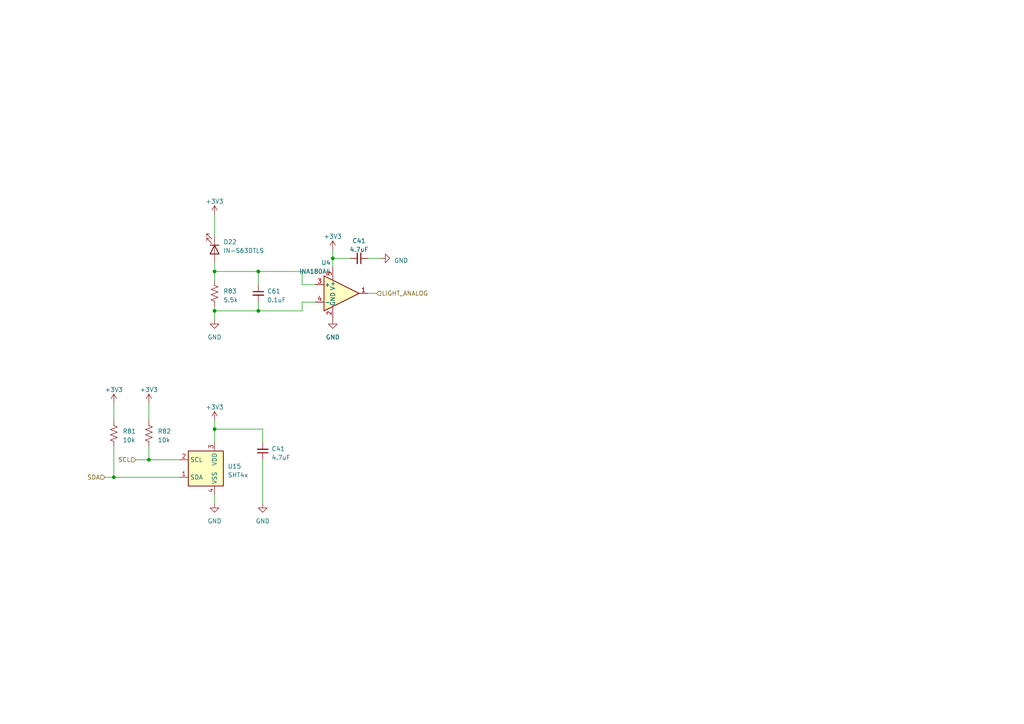
<source format=kicad_sch>
(kicad_sch (version 20230121) (generator eeschema)
  (paper "A4")
  (lib_symbols
    (symbol "Amplifier_Current:INA180A4" (pin_names (offset 0.127))
      (property "Reference" "U" (at 3.81 3.81 0))
      (property "Value" "INA180A4" (at 3.81 -2.54 0))
      (symbol "INA180A4_0_1"
        (polyline (pts (xy 5.08 0) (xy -5.08 5.08) (xy -5.08 -5.08) (xy 5.08 0)) (stroke (width 0.254)) (fill (type background)))
      )
      (symbol "INA180A4_1_1"
        (pin output line (at 7.62 0 180) (length 2.54) (name "~") (number "1"))
        (pin power_in line (at -2.54 -7.62 90) (length 3.81) (name "GND") (number "2"))
        (pin input line (at -7.62 2.54 0) (length 2.54) (name "+") (number "3"))
        (pin input line (at -7.62 -2.54 0) (length 2.54) (name "-") (number "4"))
        (pin power_in line (at -2.54 7.62 270) (length 3.81) (name "V+") (number "5"))
      )
    )
    (symbol "Device:C_Small" (pin_numbers hide) (pin_names (offset 0.254) hide)
      (property "Reference" "C" (at 0.254 1.778 0))
      (property "Value" "C_Small" (at 0.254 -2.032 0))
      (symbol "C_Small_0_1"
        (polyline (pts (xy -1.524 -0.508) (xy 1.524 -0.508)) (stroke (width 0.3302)))
        (polyline (pts (xy -1.524 0.508) (xy 1.524 0.508)) (stroke (width 0.3048)))
      )
      (symbol "C_Small_1_1"
        (pin passive line (at 0 2.54 270) (length 2.032) (name "~") (number "1"))
        (pin passive line (at 0 -2.54 90) (length 2.032) (name "~") (number "2"))
      )
    )
    (symbol "Device:LED" (pin_numbers hide) (pin_names (offset 1.016) hide)
      (property "Reference" "D" (at 0 2.54 0))
      (property "Value" "LED" (at 0 -2.54 0))
      (symbol "LED_0_1"
        (polyline (pts (xy -1.27 -1.27) (xy -1.27 1.27)) (stroke (width 0.254)))
        (polyline (pts (xy -1.27 0) (xy 1.27 0)))
        (polyline (pts (xy 1.27 -1.27) (xy 1.27 1.27) (xy -1.27 0) (xy 1.27 -1.27)) (stroke (width 0.254)))
        (polyline (pts (xy -3.048 -0.762) (xy -4.572 -2.286) (xy -3.81 -2.286) (xy -4.572 -2.286) (xy -4.572 -1.524)))
        (polyline (pts (xy -1.778 -0.762) (xy -3.302 -2.286) (xy -2.54 -2.286) (xy -3.302 -2.286) (xy -3.302 -1.524)))
      )
      (symbol "LED_1_1"
        (pin passive line (at -3.81 0 0) (length 2.54) (name "K") (number "1"))
        (pin passive line (at 3.81 0 180) (length 2.54) (name "A") (number "2"))
      )
    )
    (symbol "Device:R_US" (pin_numbers hide) (pin_names (offset 0))
      (property "Reference" "R" (at 2.54 0 90))
      (property "Value" "R_US" (at -2.54 0 90))
      (symbol "R_US_0_1"
        (polyline (pts (xy 0 -2.286) (xy 0 -2.54)))
        (polyline (pts (xy 0 2.286) (xy 0 2.54)))
        (polyline (pts (xy 0 -0.762) (xy 1.016 -1.143) (xy 0 -1.524) (xy -1.016 -1.905) (xy 0 -2.286)))
        (polyline (pts (xy 0 0.762) (xy 1.016 0.381) (xy 0 0) (xy -1.016 -0.381) (xy 0 -0.762)))
        (polyline (pts (xy 0 2.286) (xy 1.016 1.905) (xy 0 1.524) (xy -1.016 1.143) (xy 0 0.762)))
      )
      (symbol "R_US_1_1"
        (pin passive line (at 0 3.81 270) (length 1.27) (name "~") (number "1"))
        (pin passive line (at 0 -3.81 90) (length 1.27) (name "~") (number "2"))
      )
    )
    (symbol "Sensor_Humidity:SHT4x"
      (property "Reference" "U" (at 0 8.89 0))
      (property "Value" "SHT4x" (at 0 6.35 0))
      (symbol "SHT4x_1_1"
        (rectangle (start -5.08 5.08) (end 5.08 -5.08) (stroke (width 0.254)) (fill (type background)))
        (pin bidirectional line (at -7.62 -2.54 0) (length 2.54) (name "SDA") (number "1"))
        (pin input line (at -7.62 2.54 0) (length 2.54) (name "SCL") (number "2"))
        (pin power_in line (at 2.54 7.62 270) (length 2.54) (name "VDD") (number "3"))
        (pin power_in line (at 2.54 -7.62 90) (length 2.54) (name "VSS") (number "4"))
      )
    )
    (symbol "power:+3V3" (power) (pin_names (offset 0))
      (property "Value" "+3V3" (at 0 3.556 0))
      (symbol "+3V3_0_1"
        (polyline (pts (xy -0.762 1.27) (xy 0 2.54)))
        (polyline (pts (xy 0 0) (xy 0 2.54)))
        (polyline (pts (xy 0 2.54) (xy 0.762 1.27)))
      )
      (symbol "+3V3_1_1"
        (pin power_in line (at 0 0 90) (length 0) hide (name "+3V3") (number "1"))
      )
    )
    (symbol "power:GND" (power) (pin_names (offset 0))
      (property "Value" "GND" (at 0 -3.81 0))
      (symbol "GND_0_1"
        (polyline (pts (xy 0 0) (xy 0 -1.27) (xy 1.27 -1.27) (xy 0 -2.54) (xy -1.27 -1.27) (xy 0 -1.27)))
      )
      (symbol "GND_1_1"
        (pin power_in line (at 0 0 270) (length 0) hide (name "GND") (number "1"))
      )
    )
  )
  (junction (at 74.93 90.17))
  (junction (at 96.52 74.93))
  (junction (at 33.02 138.43))
  (junction (at 74.93 78.74))
  (junction (at 62.23 90.17))
  (junction (at 62.23 78.74))
  (junction (at 62.23 124.46))
  (junction (at 43.18 133.35))
  (wire (pts (xy 33.02 116.84) (xy 33.02 121.92)))
  (wire (pts (xy 62.23 78.74) (xy 74.93 78.74)))
  (wire (pts (xy 33.02 138.43) (xy 33.02 129.54)))
  (wire (pts (xy 62.23 90.17) (xy 62.23 92.71)))
  (wire (pts (xy 62.23 143.51) (xy 62.23 146.05)))
  (wire (pts (xy 76.2 133.35) (xy 76.2 146.05)))
  (wire (pts (xy 87.63 82.55) (xy 87.63 78.74)))
  (wire (pts (xy 96.52 77.47) (xy 96.52 74.93)))
  (wire (pts (xy 91.44 87.63) (xy 87.63 87.63)))
  (wire (pts (xy 62.23 88.9) (xy 62.23 90.17)))
  (wire (pts (xy 87.63 90.17) (xy 74.93 90.17)))
  (wire (pts (xy 62.23 121.92) (xy 62.23 124.46)))
  (wire (pts (xy 62.23 124.46) (xy 62.23 128.27)))
  (wire (pts (xy 39.37 133.35) (xy 43.18 133.35)))
  (wire (pts (xy 62.23 62.23) (xy 62.23 68.58)))
  (wire (pts (xy 96.52 74.93) (xy 101.6 74.93)))
  (wire (pts (xy 62.23 78.74) (xy 62.23 81.28)))
  (wire (pts (xy 43.18 116.84) (xy 43.18 121.92)))
  (wire (pts (xy 52.07 138.43) (xy 33.02 138.43)))
  (wire (pts (xy 74.93 90.17) (xy 62.23 90.17)))
  (wire (pts (xy 43.18 133.35) (xy 43.18 129.54)))
  (wire (pts (xy 87.63 78.74) (xy 74.93 78.74)))
  (wire (pts (xy 106.68 85.09) (xy 109.22 85.09)))
  (wire (pts (xy 76.2 124.46) (xy 62.23 124.46)))
  (wire (pts (xy 74.93 87.63) (xy 74.93 90.17)))
  (wire (pts (xy 30.48 138.43) (xy 33.02 138.43)))
  (wire (pts (xy 91.44 82.55) (xy 87.63 82.55)))
  (wire (pts (xy 106.68 74.93) (xy 110.49 74.93)))
  (wire (pts (xy 76.2 128.27) (xy 76.2 124.46)))
  (wire (pts (xy 87.63 87.63) (xy 87.63 90.17)))
  (wire (pts (xy 52.07 133.35) (xy 43.18 133.35)))
  (wire (pts (xy 62.23 76.2) (xy 62.23 78.74)))
  (wire (pts (xy 96.52 72.39) (xy 96.52 74.93)))
  (wire (pts (xy 74.93 82.55) (xy 74.93 78.74)))
  (hierarchical_label "SCL" (shape input) (at 39.37 133.35 180))
  (hierarchical_label "LIGHT_ANALOG" (shape input) (at 109.22 85.09 0))
  (hierarchical_label "SDA" (shape input) (at 30.48 138.43 180))
  (symbol (lib_id "Device:C_Small") (at 104.14 74.93 270) (unit 1)
    (property "Reference" "C41" (at 104.1336 69.85 90))
    (property "Value" "4.7uF" (at 104.1336 72.39 90))
    (property "Footprint" "Capacitor_SMD:C_0603_1608Metric_Pad1.08x0.95mm_HandSolder" (effects hide))
    (property "MPN" "CL10A475KO8NNNC" (effects hide))
    (instances (project "lights-board-01" (path "" (reference "C41") (unit 1)) (path "" (reference "C46") (unit 1)) (path "" (reference "C63") (unit 1))))
  )
  (symbol (lib_id "Sensor_Humidity:SHT4x") (at 59.69 135.89 0) (unit 1)
    (property "Reference" "U15" (at 66.04 135.255 0) (effects (justify left)))
    (property "Value" "SHT4x" (at 66.04 137.795 0) (effects (justify left)))
    (property "Footprint" "Sensor_Humidity:Sensirion_DFN-4_1.5x1.5mm_P0.8mm_SHT4x_NoCentralPad" (effects hide))
    (property "Datasheet" "https://sensirion.com/media/documents/33FD6951/624C4357/Datasheet_SHT4x.pdf" (effects hide))
    (property "MPN" "SHT40-CD1B-R3" (effects hide))
  )
  (symbol (lib_id "Device:C_Small") (at 74.93 85.09 0) (unit 1)
    (property "Reference" "C61" (at 77.47 84.4613 0) (effects (justify left)))
    (property "Value" "0.1uF" (at 77.47 87.0013 0) (effects (justify left)))
    (property "Footprint" "Capacitor_SMD:C_0603_1608Metric_Pad1.08x0.95mm_HandSolder" (effects hide))
    (property "Datasheet" "https://datasheets.kyocera-avx.com/KGM_X7R.pdf" (effects hide))
    (property "MPN" "KGM15BR71H104KT" (effects hide))
  )
  (symbol (lib_id "Device:R_US") (at 62.23 85.09 0) (unit 1)
    (property "Reference" "R83" (at 64.77 84.455 0) (effects (justify left)))
    (property "Value" "5.5k" (at 64.77 86.995 0) (effects (justify left)))
    (property "Footprint" "Resistor_SMD:R_0805_2012Metric_Pad1.20x1.40mm_HandSolder" (effects hide))
    (property "MPN" "RC0805FR-075K49L" (effects hide))
  )
  (symbol (lib_id "power:+3V3") (at 62.23 121.92 0) (unit 1)
    (property "Reference" "#PWR0165" (effects hide))
    (property "Value" "+3V3" (at 62.23 118.11 0))
  )
  (symbol (lib_id "power:+3V3") (at 33.02 116.84 0) (unit 1)
    (property "Reference" "#PWR0161" (effects hide))
    (property "Value" "+3V3" (at 33.02 113.03 0))
  )
  (symbol (lib_id "Device:R_US") (at 43.18 125.73 0) (unit 1)
    (property "Reference" "R82" (at 45.72 125.095 0) (effects (justify left)))
    (property "Value" "10k" (at 45.72 127.635 0) (effects (justify left)))
    (property "Footprint" "Resistor_SMD:R_0603_1608Metric_Pad0.98x0.95mm_HandSolder" (effects hide))
    (property "MPN" "RC0603FR-0710KL" (effects hide))
  )
  (symbol (lib_id "power:GND") (at 62.23 92.71 0) (unit 1)
    (property "Reference" "#PWR0164" (effects hide))
    (property "Value" "GND" (at 62.23 97.79 0))
  )
  (symbol (lib_id "Amplifier_Current:INA180A4") (at 99.06 85.09 0) (unit 1)
    (property "Reference" "U4" (at 95.9359 76.2 0) (effects (justify right)))
    (property "Value" "INA180A4" (at 95.9359 78.74 0) (effects (justify right)))
    (property "Footprint" "Package_TO_SOT_SMD:SOT-23-5" (effects hide))
    (property "Datasheet" "http://www.ti.com/lit/ds/symlink/ina180.pdf" (effects hide))
    (property "MPN" "INA180A4IDBVR" (effects hide))
    (instances (project "lights-board-01" (path "" (reference "U4") (unit 1)) (path "" (reference "U3") (unit 1)) (path "" (reference "U16") (unit 1))))
  )
  (symbol (lib_id "power:+3V3") (at 43.18 116.84 0) (unit 1)
    (property "Reference" "#PWR0162" (effects hide))
    (property "Value" "+3V3" (at 43.18 113.03 0))
  )
  (symbol (lib_id "Device:R_US") (at 33.02 125.73 0) (unit 1)
    (property "Reference" "R81" (at 35.56 125.095 0) (effects (justify left)))
    (property "Value" "10k" (at 35.56 127.635 0) (effects (justify left)))
    (property "Footprint" "Resistor_SMD:R_0603_1608Metric_Pad0.98x0.95mm_HandSolder" (effects hide))
    (property "MPN" "RC0603FR-0710KL" (effects hide))
  )
  (symbol (lib_id "power:+3V3") (at 62.23 62.23 0) (unit 1)
    (property "Reference" "#PWR0163" (effects hide))
    (property "Value" "+3V3" (at 62.23 58.42 0))
  )
  (symbol (lib_id "power:+3V3") (at 96.52 72.39 0) (unit 1)
    (property "Reference" "#PWR0168" (effects hide))
    (property "Value" "+3V3" (at 96.52 68.58 0))
  )
  (symbol (lib_id "Device:C_Small") (at 76.2 130.81 180) (unit 1)
    (property "Reference" "C41" (at 78.74 130.1686 0) (effects (justify right)))
    (property "Value" "4.7uF" (at 78.74 132.7086 0) (effects (justify right)))
    (property "Footprint" "Capacitor_SMD:C_0603_1608Metric_Pad1.08x0.95mm_HandSolder" (effects hide))
    (property "MPN" "CL10A475KO8NNNC" (effects hide))
    (instances (project "lights-board-01" (path "" (reference "C41") (unit 1)) (path "" (reference "C46") (unit 1)) (path "" (reference "C62") (unit 1))))
  )
  (symbol (lib_id "power:GND") (at 76.2 146.05 0) (unit 1)
    (property "Reference" "#PWR0167" (effects hide))
    (property "Value" "GND" (at 76.2 151.13 0))
  )
  (symbol (lib_id "power:GND") (at 62.23 146.05 0) (unit 1)
    (property "Reference" "#PWR0166" (effects hide))
    (property "Value" "GND" (at 62.23 151.13 0))
  )
  (symbol (lib_id "power:GND") (at 96.52 92.71 0) (unit 1)
    (property "Reference" "#PWR0169" (effects hide))
    (property "Value" "GND" (at 96.52 97.79 0))
  )
  (symbol (lib_id "power:GND") (at 110.49 74.93 90) (unit 1)
    (property "Reference" "#PWR0170" (effects hide))
    (property "Value" "GND" (at 114.3 75.565 90) (effects (justify right)))
  )
  (symbol (lib_id "Device:LED") (at 62.23 72.39 270) (unit 1)
    (property "Reference" "D22" (at 64.77 70.1675 90) (effects (justify left)))
    (property "Value" "IN-S63DTLS" (at 64.77 72.7075 90) (effects (justify left)))
    (property "Footprint" "Diode_SMD:D_0603_1608Metric_Pad1.05x0.95mm_HandSolder" (effects hide))
    (property "Datasheet" "https://www.inolux-corp.com/datasheet/IR/Sensor/Ambient%20Light%20Sensor/IN-S63DTLS_V1.0.pdf" (effects hide))
    (property "MPN" "IN-S63DTLS" (effects hide))
  )
)
</source>
